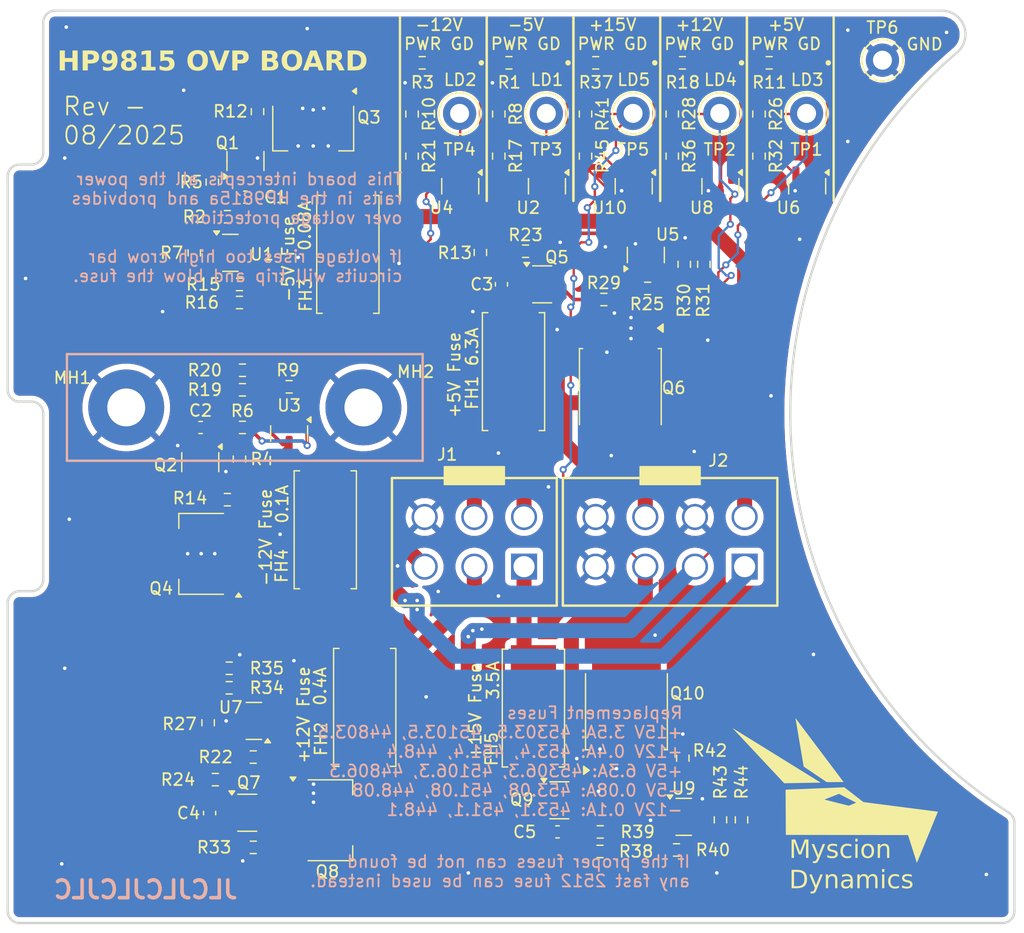
<source format=kicad_pcb>
(kicad_pcb (version 20241229) (generator "pcbnew") (generator_version "9.0")
  (layers (0 "F.Cu" signal) (2 "B.Cu" signal) (13 "F.Paste" user) (15 "B.Paste" user) (5 "F.SilkS" user "F.Silkscreen") (7 "B.SilkS" user "B.Silkscreen") (1 "F.Mask" user) (3 "B.Mask" user) (25 "Edge.Cuts" user))
  (net 0 "")
  (net 1 "Net-(C1-Pad2)")
  (net 2 "Net-(LD3-K)")
  (net 3 "Net-(LD3-A)")
  (net 4 "Net-(C2-Pad2)")
  (net 5 "GND")
  (net 6 "Net-(C3-Pad2)")
  (net 7 "Net-(Q10-G)")
  (net 8 "Net-(U3-K)")
  (net 9 "Net-(U3-REF)")
  (net 10 "Net-(U6-REF)")
  (net 11 "Net-(U7-K)")
  (net 12 "Net-(U7-REF)")
  (net 13 "Net-(U1-K)")
  (net 14 "Net-(U1-REF)")
  (net 15 "Net-(U9-REF)")
  (net 16 "+5V_Fused")
  (net 17 "+15V_Fused")
  (net 18 "+12V_Fused")
  (net 19 "+15V")
  (net 20 "+12V")
  (net 21 "+5V")
  (net 22 "-5V_Fused")
  (net 23 "-5V")
  (net 24 "-12V_Fused")
  (net 25 "-12V")
  (net 26 "Net-(U5-REF)")
  (net 27 "Net-(C4-Pad2)")
  (net 28 "Net-(C5-Pad2)")
  (net 29 "Net-(LD1-A)")
  (net 30 "Net-(U5-K)")
  (net 31 "Net-(U9-K)")
  (net 32 "Net-(LD1-K)")
  (net 33 "Net-(LD2-A)")
  (net 34 "Net-(LD2-K)")
  (net 35 "Net-(LD4-K)")
  (net 36 "Net-(LD4-A)")
  (net 37 "Net-(LD5-K)")
  (net 38 "Net-(LD5-A)")
  (net 39 "Net-(Q3-G)")
  (net 40 "Net-(Q4-G)")
  (net 41 "Net-(Q6-G)")
  (net 42 "Net-(Q8-G)")
  (net 43 "Net-(U2-REF)")
  (net 44 "Net-(U4-REF)")
  (net 45 "Net-(U8-REF)")
  (net 46 "Net-(U10-REF)")
  (footprint "DB_SMD_Resistors:R_0603_1608Metric_Pad0.98x0.95mm_HandSolder" (layer "F.Cu") (at 119.507 91.313 180)
    (property "Reference" "R19")
    (property "Value" "2.61K")
  )
  (footprint "DB_SMD_Resistors:R_0603_1608Metric_Pad0.98x0.95mm_HandSolder" (layer "F.Cu") (at 141.125098 68.039001 -90)
    (property "Reference" "R8")
    (property "Value" "10K")
  )
  (footprint "DB_Fuse_in_Holder:Fuseholder_Littelfuse_Nano2_154x" (layer "F.Cu") (at 126.492 103.124 -90)
    (property "Reference" "FH4")
    (property "Value" "0.1A")
  )
  (footprint "DB_SMD_Resistors:R_0603_1608Metric_Pad0.98x0.95mm_HandSolder" (layer "F.Cu") (at 149.298798 63.721001)
    (property "Reference" "R37")
    (property "Value" "2.2K")
  )
  (footprint "DB_SMD_LED:LED_0603_1608Metric_Green_Cath_Dot" (layer "F.Cu") (at 145.189098 63.721001 180)
    (property "Reference" "LD1")
    (property "Value" "Green")
  )
  (footprint "DB_SMD_Resistors:R_0603_1608Metric_Pad0.98x0.95mm_HandSolder" (layer "F.Cu") (at 141.125098 71.595001 -90)
    (property "Reference" "R17")
    (property "Value" "12K")
  )
  (footprint "DB_SMD_LED:LED_0603_1608Metric_Green_Cath_Dot" (layer "F.Cu") (at 159.819498 63.721001 180)
    (property "Reference" "LD4")
    (property "Value" "Green")
  )
  (footprint "DB_SMD_Resistors:R_0603_1608Metric_Pad0.98x0.95mm_HandSolder" (layer "F.Cu") (at 155.755498 71.595001 -90)
    (property "Reference" "R36")
    (property "Value" "2.94K")
  )
  (footprint "DB_Transistors:SOT-23-3_B-E-C" (layer "F.Cu") (at 115.951 97.4145 -90)
    (property "Reference" "Q2")
    (property "Value" "BC858C-7-F")
  )
  (footprint "Package_TO_SOT_SMD:SOT-23" (layer "F.Cu") (at 159.819498 74.135001 -90)
    (property "Reference" "U8")
    (property "Value" "TL431DBZ-SOT-23")
  )
  (footprint "DB_SMD_Resistors:R_0603_1608Metric_Pad0.98x0.95mm_HandSolder" (layer "F.Cu") (at 115.443 79.756 -90)
    (property "Reference" "R7")
    (property "Value" "10K")
  )
  (footprint "DB_SMD_Resistors:R_0603_1608Metric_Pad0.98x0.95mm_HandSolder" (layer "F.Cu") (at 149.683 128.616 180)
    (property "Reference" "R39")
    (property "Value" "1K")
  )
  (footprint "DB_TH_Test_Point:TestPoint_Keystone_5006_Compact_Black" (layer "F.Cu") (at 173.482 63.5)
    (property "Reference" "TP6")
    (property "Value" "TestPoint")
  )
  (footprint "Package_TO_SOT_SMD:SOT-23" (layer "F.Cu") (at 145.189098 74.135001 -90)
    (property "Reference" "U2")
    (property "Value" "TL431DBZ-SOT-23")
  )
  (footprint "DB_SMD_LED:LED_0603_1608Metric_Green_Cath_Dot" (layer "F.Cu") (at 152.504298 63.721001 180)
    (property "Reference" "LD5")
    (property "Value" "Green")
  )
  (footprint "DB_SMD_Resistors:R_0603_1608Metric_Pad0.98x0.95mm_HandSolder" (layer "F.Cu") (at 148.440298 68.039001 -90)
    (property "Reference" "R41")
    (property "Value" "10K")
  )
  (footprint "DB_SMD_Resistors:R_0603_1608Metric_Pad0.98x0.95mm_HandSolder" (layer "F.Cu") (at 117.2225 124.206 180)
    (property "Reference" "R24")
    (property "Value" "1K")
  )
  (footprint "DB_Mounting_Holes:MountingHole_3.2mm_M3_Pad" (layer "F.Cu") (at 129.706577 92.80058)
    (property "Reference" "MH2")
    (property "Value" "3mm")
  )
  (footprint "Package_TO_SOT_SMD:SOT-23" (layer "F.Cu") (at 120.4695 119.253 180)
    (property "Reference" "U7")
    (property "Value" "TL431DBZ-SOT-23")
  )
  (footprint "Package_TO_SOT_SMD:SOT-23" (layer "F.Cu") (at 167.134698 74.135001 -90)
    (property "Reference" "U6")
    (property "Value" "TL431DBZ-SOT-23")
  )
  (footprint "Package_TO_SOT_SMD:SOT-223-3_TabPin2" (layer "F.Cu") (at 125.476 69.24 -90)
    (property "Reference" "Q3")
    (property "Value" "600V 1.25A")
  )
  (footprint "DB_SMD_Resistors:R_0603_1608Metric_Pad0.98x0.95mm_HandSolder" (layer "F.Cu") (at 156.113 130.14)
    (property "Reference" "R40")
    (property "Value" "10K")
  )
  (footprint "DB_SMD_Resistors:R_0603_1608Metric_Pad0.98x0.95mm_HandSolder_DNP" (layer "F.Cu") (at 161.5975 127.6 90)
    (property "Reference" "R44")
    (property "Value" "DNP")
  )
  (footprint "DB_SMD_Resistors:R_0603_1608Metric_Pad0.98x0.95mm_HandSolder" (layer "F.Cu") (at 149.6595 130.267)
    (property "Reference" "R38")
    (property "Value" "330")
  )
  (footprint "DB_SMD_Resistors:R_0603_1608Metric_Pad0.98x0.95mm_HandSolder" (layer "F.Cu") (at 119.253 97.155 90)
    (property "Reference" "R4")
    (property "Value" "330")
  )
  (footprint "DB_SMD_Resistors:R_0603_1608Metric_Pad0.98x0.95mm_HandSolder" (layer "F.Cu") (at 118.237 76.708 180)
    (property "Reference" "R2")
    (property "Value" "330")
  )
  (footprint "DB_SMD_Resistors:R_0603_1608Metric_Pad0.98x0.95mm_HandSolder" (layer "F.Cu") (at 120.777 67.8415 90)
    (property "Reference" "R12")
    (property "Value" "1K")
  )
  (footprint "Package_TO_SOT_SMD:SOT-23" (layer "F.Cu") (at 137.873898 74.135001 -90)
    (property "Reference" "U4")
    (property "Value" "TL431DBZ-SOT-23")
  )
  (footprint "DB_SMD_Resistors:R_0603_1608Metric_Pad0.98x0.95mm_HandSolder_DNP" (layer "F.Cu") (at 158.4187 80.7235 90)
    (property "Reference" "R31")
    (property "Value" "DNP")
  )
  (footprint "DB_SMD_Resistors:R_0603_1608Metric_Pad0.98x0.95mm_HandSolder" (layer "F.Cu") (at 119.507 94.488 180)
    (property "Reference" "R6")
    (property "Value" "1K")
  )
  (footprint "DB_Fuse_in_Holder:Fuseholder_Littelfuse_Nano2_154x" (layer "F.Cu") (at 142.367 89.779 90)
    (property "Reference" "FH1")
    (property "Value" "6.3A")
  )
  (footprint "DB_SMD_Resistors:R_0603_1608Metric_Pad0.98x0.95mm_HandSolder" (layer "F.Cu") (at 163.929198 63.721001)
    (property "Reference" "R11")
    (property "Value" "220")
  )
  (footprint "Package_TO_SOT_SMD:SOT-223-3_TabPin2" (layer "F.Cu") (at 126.898 127.635)
    (property "Reference" "Q8")
    (property "Value" "600V 1.25A")
  )
  (footprint "DB_SMD_Resistors:R_0603_1608Metric_Pad0.98x0.95mm_HandSolder" (layer "F.Cu") (at 148.440298 71.595001 -90)
    (property "Reference" "R45")
    (property "Value" "2.2K")
  )
  (footprint "DB_SMD_Resistors:R_0603_1608Metric_Pad0.98x0.95mm_HandSolder" (layer "F.Cu") (at 141.983598 63.721001)
    (property "Reference" "R1")
    (property "Value" "220")
  )
  (footprint "DB_SMD_Resistors:R_0603_1608Metric_Pad0.98x0.95mm_HandSolder" (layer "F.Cu") (at 155.755498 68.039001 -90)
    (property "Reference" "R28")
    (property "Value" "10K")
  )
  (footprint "DB_SMD_LED:LED_0603_1608Metric_Green_Cath_Dot" (layer "F.Cu") (at 167.134698 63.721001 180)
    (property "Reference" "LD3")
    (property "Value" "Green")
  )
  (footprint "DB_TH_Test_Point:TestPoint_Keystone_5005_Compact_Red" (layer "F.Cu") (at 152.4508 67.988201)
    (property "Reference" "TP5")
    (property "Value" "TestPoint")
  )
  (footprint "Package_TO_SOT_SMD:SOT-23" (layer "F.Cu") (at 123.444 94.996 -90)
    (property "Reference" "U3")
    (property "Value" "TL431DBZ-SOT-23")
  )
  (footprint "DB_SMD_Capacitors:C_0603_1608Metric_Pad1.08x0.95mm_HandSolder" (layer "F.Cu") (at 141.351 82.413 90)
    (property "Reference" "C3")
    (property "Value" "10nF")
  )
  (footprint "DB_Transistors:SOT-23-3_B-E-C" (layer "F.Cu") (at 119.913 127)
    (property "Reference" "Q7")
    (property "Value" "BC858C-7-F")
  )
  (footprint "DB_SMD_Resistors:R_0603_1608Metric_Pad0.98x0.95mm_HandSolder" (layer "F.Cu") (at 156.6445 122.393 -90)
    (property "Reference" "R42")
    (property "Value" "1K")
  )
  (footprint "DB_TH_Test_Point:TestPoint_Keystone_5005_Compact_Red" (layer "F.Cu") (at 145.1356 67.988201)
    (property "Reference" "TP3")
    (property "Value" "TestPoint")
  )
  (footprint "DB_Logo_Footprints:Myscion_Dynamics_Main" (layer "F.Cu") (at 172.085 130.048)
    (property "Reference" "GL1" (hide yes))
    (property "Value" "~")
  )
  (footprint "DB_TH_Test_Point:TestPoint_Keystone_5005_Compact_Red" (layer "F.Cu") (at 159.766 67.988201)
    (property "Reference" "TP2")
    (property "Value" "TestPoint")
  )
  (footprint "DB_Transistors:SOT-23-3_B-E-C" (layer "F.Cu") (at 119.761 72.009 90)
    (property "Reference" "Q1")
    (property "Value" "BC858C-7-F")
  )
  (footprint "DB_SMD_Capacitors:C_0603_1608Metric_Pad1.08x0.95mm_HandSolder" (layer "F.Cu") (at 115.9775 94.4935)
    (property "Reference" "C2")
    (property "Value" "10nF")
  )
  (footprint "DB_Fuse_in_Holder:Fuseholder_Littelfuse_Nano2_154x" (layer "F.Cu") (at 129.819 118.11 -90)
    (property "Reference" "FH2")
    (property "Value" "0.4A")
  )
  (footprint "DB_Fuse_in_Holder:Fuseholder_Littelfuse_Nano2_154x" (layer "F.Cu") (at 128.397 79.883 90)
    (property "Reference" "FH3")
    (property "Value" "0.08A")
  )
  (footprint "DB_Fuse_in_Holder:Fuseholder_Littelfuse_Nano2_154x" (layer "F.Cu") (at 144.0461 118.1666 -90)
    (property "Reference" "FH5")
    (property "Value" "3.5A")
  )
  (footprint "DB_SMD_Capacitors:C_0603_1608Metric_Pad1.08x0.95mm_HandSolder" (layer "F.Cu") (at 119.761 75.057 180)
    (property "Reference" "C1")
    (property "Value" "10nF")
  )
  (footprint "DB_SMD_Resistors:R_0603_1608Metric_Pad0.98x0.95mm_HandSolder" (layer "F.Cu") (at 163.070698 68.039001 -90)
    (property "Reference" "R26")
    (property "Value" "10K")
  )
  (footprint "DB_SMD_Resistors:R_0603_1608Metric_Pad0.98x0.95mm_HandSolder" (layer "F.Cu") (at 149.987 83.693 180)
    (property "Reference" "R29")
    (property "Value" "1K")
  )
  (footprint "DB_SMD_Resistors:R_0603_1608Metric_Pad0.98x0.95mm_HandSolder" (layer "F.Cu") (at 120.421 129.921)
    (property "Reference" "R33")
    (property "Value" "1K")
  )
  (footprint "DB_SMD_Resistors:R_0603_1608Metric_Pad0.98x0.95mm_HandSolder" (layer "F.Cu") (at 118.237 100.584 180)
    (property "Reference" "R14")
    (property "Value" "1K")
  )
  (footprint "DB_SMD_Capacitors:C_0603_1608Metric_Pad1.08x0.95mm_HandSolder" (layer "F.Cu") (at 146.077 128.616)
    (property "Reference" "C5")
    (property "Value" "10nF")
  )
  (footprint "Package_TO_SOT_SMD:SOT-23" (layer "F.Cu") (at 118.491 79.756)
    (property "Reference" "U1")
    (property "Value" "TL431DBZ-SOT-23")
  )
  (footprint "DB_SMD_Resistors:R_0603_1608Metric_Pad0.98x0.95mm_HandSolder" (layer "F.Cu") (at 156.7677 80.7235 90)
    (property "Reference" "R30")
    (property "Value" "9.1K")
  )
  (footprint "Package_TO_SOT_SMD:SOT-223-3_TabPin2" (layer "F.Cu") (at 116.053 105.156 180)
    (property "Reference" "Q4")
    (property "Value" "600V 1.25A")
  )
  (footprint "DB_SMD_Resistors:R_0603_1608Metric_Pad0.98x0.95mm_HandSolder" (layer "F.Cu") (at 120.421 122.301 180)
    (property "Reference" "R22")
    (property "Value" "330")
  )
  (footprint "DB_Transistors:SOT-23-3_B-E-C" (layer "F.Cu") (at 146.2305 125.949)
    (property "Reference" "Q9")
    (property "Value" "BC858C-7-F")
  )
  (footprint "DB_SMD_LED:LED_0603_1608Metric_Green_Cath_Dot" (layer "F.Cu") (at 137.873898 63.721001 180)
    (property "Reference" "LD2")
    (property "Value" "Green")
  )
  (footprint "DB_Connector_Samtec:SAMTEC_IPBT-104-H1-T-D-K" (layer "F.Cu") (at 155.575 104.14 180)
    (property "Reference" "J2")
    (property "Value" "IPBT-104-H1-T-D-K")
  )
  (footprint "DB_SMD_Resistors:R_0603_1608Metric_Pad0.98x0.95mm_HandSolder" (layer "F.Cu") (at 156.613998 63.721001)
    (property "Reference" "R18")
    (property "Value" "1.5K")
  )
  (footprint "DB_TH_Test_Point:TestPoint_Keystone_5005_Compact_Red" (layer "F.Cu") (at 167.0812 67.988201)
    (property "Reference" "TP1")
    (property "Value" "TestPoint")
  )
  (footprint "DB_SMD_Resistors:R_0603_1608Metric_Pad0.98x0.95mm_HandSolder" (layer "F.Cu") (at 116.611 119.4035 90)
    (property "Reference" "R27")
    (property "Value" "10K")
  )
  (footprint "DB_SMD_Resistors:R_0603_1608Metric_Pad0.98x0.95mm_HandSolder" (layer "F.Cu") (at 133.809898 68.039001 -90)
    (property "Reference" "R10")
    (property "Value" "10K")
  )
  (footprint "DB_SMD_Resistors:R_0603_1608Metric_Pad0.98x0.95mm_HandSolder" (layer "F.Cu") (at 139.573 79.7225 90)
    (property "Reference" "R13")
    (property "Value" "330")
  )
  (footprint "DB_Mounting_Holes:MountingHole_3.2mm_M3_Pad" (layer "F.Cu") (at 109.706577 92.80058)
    (property "Reference" "MH1")
    (property "Value" "3mm")
  )
  (footprint "DB_SMD_Resistors:R_0603_1608Metric_Pad0.98x0.95mm_HandSolder" (layer "F.Cu") (at 116.967 73.787 90)
    (property "Reference" "R5")
    (property "Value" "1K")
  )
  (footprint "Package_TO_SOT_SMD:SOT-23" (layer "F.Cu") (at 156.723 127.346)
    (property "Reference" "U9")
    (property "Value" "TL431DBZ-SOT-23")
  )
  (footprint "Package_TO_SOT_SMD:SOT-23" (layer "F.Cu") (at 153.5278 79.9361 90)
    (property "Reference" "U5")
    (property "Value" "TL431DBZ-SOT-23")
  )
  (footprint "DB_SMD_Resistors:R_0603_1608Metric_Pad0.98x0.95mm_HandSolder" (layer "F.Cu") (at 119.253 82.423)
    (property "Reference" "R15")
    (property "Value" "9.1K")
  )
  (footprint "DB_SMD_Resistors:R_0603_1608Metric_Pad0.98x0.95mm_HandSolder_DNP" (layer "F.Cu") (at 118.389 114.808)
    (property "Reference" "R35")
    (property "Value" "DNP")
  )
  (footprint "DB_SMD_Resistors:R_0603_1608Metric_Pad0.98x0.95mm_HandSolder" (layer "F.Cu") (at 153.6802 82.7578)
    (property "Reference" "R25")
    (property "Value" "10K")
  )
  (footprint "DB_SMD_Resistors:R_0603_1608Metric_Pad0.98x0.95mm_HandSolder" (layer "F.Cu") (at 118.389 116.459)
    (property "Reference" "R34")
    (property "Value" "2.61K")
  )
  (footprint "DB_SMD_Resistors:R_0603_1608Metric_Pad0.98x0.95mm_HandSolder_DNP" (layer "F.Cu") (at 119.507 89.662 180)
    (property "Reference" "R20")
    (property "Value" "DNP")
  )
  (footprint "DB_SMD_Resistors:R_0603_1608Metric_Pad0.98x0.95mm_HandSolder" (layer "F.Cu") (at 133.809898 71.595001 -90)
    (property "Reference" "R21")
    (property "Value" "2.94K")
  )
  (footprint "DB_Connector_Samtec:SAMTEC_IPBT-103-H1-T-D-K" (layer "F.Cu") (at 139.065 104.14 180)
    (property "Reference" "J1")
    (property "Value" "IPBT-103-H1-T-D-K")
  )
  (footprint "Package_TO_SOT_SMD:TO-252-2" (layer "F.Cu") (at 151.378 91.146 -90)
    (property "Reference" "Q6")
    (property "Value" "600V, 8A")
  )
  (footprint "DB_SMD_Resistors:R_0603_1608Metric_Pad0.98x0.95mm_HandSolder" (layer "F.Cu") (at 143.383 79.619)
    (property "Reference" "R23")
    (property "Value" "1K")
  )
  (footprint "DB_SMD_Resistors:R_0603_1608Metric_Pad0.98x0.95mm_HandSolder" (layer "F.Cu") (at 159.8195 127.6 90)
    (property "Reference" "R43")
    (property "Value" "1.74K")
  )
  (footprint "DB_SMD_Resistors:R_0603_1608Metric_Pad0.98x0.95mm_HandSolder" (layer "F.Cu") (at 134.668398 63.721001)
    (property "Reference" "R3")
    (property "Value" "1.5K")
  )
  (footprint "DB_SMD_Resistors:R_0603_1608Metric_Pad0.98x0.95mm_HandSolder" (layer "F.Cu") (at 163.070698 71.595001 -90)
    (property "Reference" "R32")
    (property "Value" "12K")
  )
  (footprint "DB_SMD_Resistors:R_0603_1608Metric_Pad0.98x0.95mm_HandSolder" (layer "F.Cu") (at 123.444 91.059 180)
    (property "Reference" "R9")
    (property "Value" "10K")
  )
  (footprint "DB_TH_Test_Point:TestPoint_Keystone_5005_Compact_Red" (layer "F.Cu") (at 137.8204 67.988201)
    (property "Reference" "TP4")
    (property "Value" "TestPoint")
  )
  (footprint "DB_Transistors:SOT-23-3_B-E-C" (layer "F.Cu") (at 144.7855 82.413)
    (property "Reference" "Q5")
    (property "Value" "BC858C-7-F")
  )
  (footprint "DB_SMD_Resistors:R_0603_1608Metric_Pad0.98x0.95mm_HandSolder_DNP" (layer "F.Cu") (at 119.253 83.947)
    (property "Reference" "R16")
    (property "Value" "DNP")
  )
  (footprint "Package_TO_SOT_SMD:TO-252-2" (layer "F.Cu") (at 151.891 118.378 90)
    (property "Reference" "Q10")
    (property "Value" "600V, 8A")
  )
  (footprint "Package_TO_SOT_SMD:SOT-23" (layer "F.Cu") (at 152.504298 74.135001 -90)
    (property "Reference" "U10")
    (property "Value" "TL431DBZ-SOT-23")
  )
  (footprint "DB_SMD_Capacitors:C_0603_1608Metric_Pad1.08x0.95mm_HandSolder" (layer "F.Cu") (at 116.738 127.0265 90)
    (property "Reference" "C4")
    (property "Value" "10nF")
  )
  (gr_line (start 154.7368 59.8678) (end 154.7368 75.3618) (stroke (width 0.2)) (layer "F.SilkS"))
  (gr_line (start 147.4216 59.8678) (end 147.4216 75.3618) (stroke (width 0.2)) (layer "F.SilkS"))
  (gr_line (start 162.052 59.885601) (end 162.052 75.379601) (stroke (width 0.2)) (layer "F.SilkS"))
  (gr_line (start 162.052 59.8678) (end 162.052 75.3618) (stroke (width 0.2)) (layer "F.SilkS"))
  (gr_line (start 140.1064 59.885601) (end 140.1064 75.379601) (stroke (width 0.2)) (layer "F.SilkS"))
  (gr_line (start 154.7368 59.885601) (end 154.7368 75.379601) (stroke (width 0.2)) (layer "F.SilkS"))
  (gr_line (start 169.3672 59.885601) (end 169.3672 75.379601) (stroke (width 0.2)) (layer "F.SilkS"))
  (gr_line (start 147.4216 59.885601) (end 147.4216 75.379601) (stroke (width 0.2)) (layer "F.SilkS"))
  (gr_line (start 140.1064 59.8678) (end 140.1064 75.3618) (stroke (width 0.2)) (layer "F.SilkS"))
  (gr_line (start 132.7912 59.8678) (end 132.7912 75.3618) (stroke (width 0.2)) (layer "F.SilkS"))
  (gr_line (start 134.706577 88.30058) (end 104.706577 88.30058) (stroke (width 0.2)) (layer "B.SilkS"))
  (gr_line (start 104.706577 97.30058) (end 134.706577 97.30058) (stroke (width 0.2)) (layer "B.SilkS"))
  (gr_line (start 134.706577 97.30058) (end 134.706577 88.30058) (stroke (width 0.2)) (layer "B.SilkS"))
  (gr_line (start 104.706577 88.30058) (end 104.706577 97.30058) (stroke (width 0.2)) (layer "B.SilkS"))
  (gr_arc (start 102.706577 60.32058) (mid 102.99947 59.613473) (end 103.706577 59.32058) (stroke (width 0.2)) (layer "Edge.Cuts"))
  (gr_line (start 184.611085 135.305581) (end 184.611085 127.842363) (stroke (width 0.2)) (layer "Edge.Cuts"))
  (gr_line (start 99.706577 109.30558) (end 99.706577 135.30558) (stroke (width 0.2)) (layer "Edge.Cuts"))
  (gr_arc (start 99.706577 73.30558) (mid 99.99947 72.598473) (end 100.706577 72.30558) (stroke (width 0.2)) (layer "Edge.Cuts"))
  (gr_line (start 102.706577 93.30558) (end 102.706577 107.30558) (stroke (width 0.2)) (layer "Edge.Cuts"))
  (gr_arc (start 99.706577 109.30558) (mid 99.99947 108.598473) (end 100.706577 108.30558) (stroke (width 0.2)) (layer "Edge.Cuts"))
  (gr_line (start 99.706577 73.30558) (end 99.706577 91.30558) (stroke (width 0.2)) (layer "Edge.Cuts"))
  (gr_arc (start 184.611085 135.305581) (mid 184.318192 136.012687) (end 183.611087 136.30558) (stroke (width 0.2)) (layer "Edge.Cuts"))
  (gr_line (start 178.486001 59.32058) (end 103.706577 59.32058) (stroke (width 0.2)) (layer "Edge.Cuts"))
  (gr_arc (start 102.706577 107.30558) (mid 102.413684 108.012687) (end 101.706577 108.30558) (stroke (width 0.2)) (layer "Edge.Cuts"))
  (gr_arc (start 100.706577 92.30558) (mid 99.99947 92.012687) (end 99.706577 91.30558) (stroke (width 0.2)) (layer "Edge.Cuts"))
  (gr_arc (start 184.15 127) (mid 184.485882 127.363522) (end 184.611085 127.842363) (stroke (width 0.2)) (layer "Edge.Cuts"))
  (gr_arc (start 102.706577 71.30558) (mid 102.413684 72.012687) (end 101.706577 72.30558) (stroke (width 0.2)) (layer "Edge.Cuts"))
  (gr_arc (start 184.15 127) (mid 165.798955 96.022502) (end 179.782219 62.843675) (stroke (width 0.2)) (layer "Edge.Cuts"))
  (gr_arc (start 178.486001 59.32058) (mid 180.362992 60.629997) (end 179.782219 62.843675) (stroke (width 0.2)) (layer "Edge.Cuts"))
  (gr_arc (start 100.706577 136.30558) (mid 99.99947 136.012687) (end 99.706577 135.30558) (stroke (width 0.2)) (layer "Edge.Cuts"))
  (gr_line (start 101.706577 108.30558) (end 100.706577 108.30558) (stroke (width 0.2)) (layer "Edge.Cuts"))
  (gr_line (start 101.706577 72.30558) (end 100.706577 72.30558) (stroke (width 0.2)) (layer "Edge.Cuts"))
  (gr_line (start 100.706577 136.30558) (end 183.611087 136.30558) (stroke (width 0.2)) (layer "Edge.Cuts"))
  (gr_arc (start 101.706577 92.30558) (mid 102.413684 92.598473) (end 102.706577 93.30558) (stroke (width 0.2)) (layer "Edge.Cuts"))
  (gr_line (start 102.706577 60.32058) (end 102.706577 71.30558) (stroke (width 0.2)) (layer "Edge.Cuts"))
  (gr_line (start 100.706577 92.30558) (end 101.706577 92.30558) (stroke (width 0.2)) (layer "Edge.Cuts"))
  (gr_text "+5V\nPWR GD" (at 165.356698 62.705001 0) (layer "F.SilkS") (effects (font (size 1 1) (thickness 0.1524)) (justify bottom)))
  (gr_text "Rev -\n08/2025" (at 104.267 70.739 0) (layer "F.SilkS") (effects (font (size 1.524 1.524) (thickness 0.1524)) (justify left bottom)))
  (gr_text "GND" (at 177.038 62.738 0) (layer "F.SilkS") (effects (font (size 1 1) (thickness 0.1524)) (justify bottom)))
  (gr_text "+12V Fuse" (at 125.247 118.745 90) (layer "F.SilkS") (effects (font (size 1 1) (thickness 0.1524)) (justify bottom)))
  (gr_text "+15V\nPWR GD" (at 150.726298 62.705001 0) (layer "F.SilkS") (effects (font (size 1 1) (thickness 0.1524)) (justify bottom)))
  (gr_text "+5V Fuse" (at 137.9584 90.0502 90) (layer "F.SilkS") (effects (font (size 1 1) (thickness 0.1524)) (justify bottom)))
  (gr_text "6.3A" (at 139.457 87.688 90) (layer "F.SilkS") (effects (font (size 1 1) (thickness 0.1524)) (justify bottom)))
  (gr_text "-12V\nPWR GD" (at 136.095898 62.705001 0) (layer "F.SilkS") (effects (font (size 1 1) (thickness 0.1524)) (justify bottom)))
  (gr_text "0.08A" (at 125.349 77.47 90) (layer "F.SilkS") (effects (font (size 1 1) (thickness 0.1524)) (justify bottom)))
  (gr_text "-5V Fuse" (at 123.952 80.264 90) (layer "F.SilkS") (effects (font (size 1 1) (thickness 0.1524)) (justify bottom)))
  (gr_text "-12V Fuse" (at 122.047 103.759 90) (layer "F.SilkS") (effects (font (size 1 1) (thickness 0.1524)) (justify bottom)))
  (gr_text "+12V\nPWR GD" (at 158.041498 62.705001 0) (layer "F.SilkS") (effects (font (size 1 1) (thickness 0.1524)) (justify bottom)))
  (gr_text "0.1A" (at 123.444 100.965 90) (layer "F.SilkS") (effects (font (size 1 1) (thickness 0.1524)) (justify bottom)))
  (gr_text "0.4A" (at 126.644 116.332 90) (layer "F.SilkS") (effects (font (size 1 1) (thickness 0.1524)) (justify bottom)))
  (gr_text "HP9815 OVP BOARD" (at 103.886 64.643 0) (layer "F.SilkS") (effects (font (size 1.651 1.651) (thickness 0.2) (bold yes)) (justify left bottom)))
  (gr_text "-5V\nPWR GD" (at 143.411098 62.705001 0) (layer "F.SilkS") (effects (font (size 1 1) (thickness 0.1524)) (justify bottom)))
  (gr_text "+15V Fuse" (at 139.7254 118.4402 90) (layer "F.SilkS") (effects (font (size 1 1) (thickness 0.1524)) (justify bottom)))
  (gr_text "3.5A" (at 141.224 115.824 90) (layer "F.SilkS") (effects (font (size 1 1) (thickness 0.1524)) (justify bottom)))
  (gr_text "Replacement Fuses\n+15V 3.5A: 45303.5, 45103.5, 44803.5 \n+12V 0.4A: 453.4, 451.4, 448.4\n+5V 6.3A: 45306.3, 45106.3, 44806.3\n-5V 0.08A: 453.08, 451.08, 448.08\n-12V 0.1A: 453.1, 451.1, 448.1\n" (at 156.723 127.346 0) (layer "B.SilkS") (effects (font (size 1.016 1.016) (thickness 0.1524)) (justify left bottom mirror)))
  (gr_text "This board intercepts all the power\nrails in the HP9815a and probvides\nover voltage protection.\n\nIf voltage rises too high crow bar\ncircuits will trip and blow the fuse." (at 133.096 82.296 0) (layer "B.SilkS") (effects (font (size 1.016 1.016) (thickness 0.1524)) (justify left bottom mirror)))
  (gr_text "JLCJLCJLCJLC" (at 119.253 134.366 0) (layer "B.SilkS") (effects (font (size 1.5 1.5) (thickness 0.3) (bold yes)) (justify left bottom mirror)))
  (gr_text "If the proper fuses can not be found \nany fast 2512 fuse can be used instead." (at 157.353 133.35 0) (layer "B.SilkS") (effects (font (size 1.016 1.016) (thickness 0.1524)) (justify left bottom mirror)))
  (segment (start 116.967 72.8745) (end 118.539 72.8745) (width 0.3048) (layer "F.Cu") (net 1))
  (segment (start 118.811 74.234) (end 118.811 73.1465) (width 0.3048) (layer "F.Cu") (net 1))
  (segment (start 118.8985 74.3215) (end 118.811 74.234) (width 0.3048) (layer "F.Cu") (net 1))
  (segment (start 118.8985 75.057) (end 118.8985 74.3215) (width 0.3048) (layer "F.Cu") (net 1))
  (segment (start 118.539 72.8745) (end 118.811 73.1465) (width 0.3048) (layer "F.Cu") (net 1))
  (segment (start 168.4528 63.721001) (end 167.922198 63.721001) (width 0.2) (layer "F.Cu") (net 2))
  (segment (start 168.084698 73.197501) (end 168.8084 72.473799) (width 0.2) (layer "F.Cu") (net 2))
  (segment (start 168.8084 64.076601) (end 168.4528 63.721001) (width 0.2) (layer "F.Cu") (net 2))
  (segment (start 168.8084 72.473799) (end 168.8084 64.076601) (width 0.2) (layer "F.Cu") (net 2))
  (segment (start 164.745198 63.721001) (end 166.347198 63.721001) (width 0.2) (layer "F.Cu") (net 3))
  (segment (start 118.5945 94.488) (end 116.8455 94.488) (width 0.3048) (layer "F.Cu") (net 4))
  (segment (start 116.901 96.277) (end 116.901 94.5545) (width 0.3048) (layer "F.Cu") (net 4))
  (segment (start 116.901 94.5545) (end 116.84 94.4935) (width 0.3048) (layer "F.Cu") (net 4))
  (segment (start 116.8455 94.488) (end 116.84 94.4935) (width 0.3048) (layer "F.Cu") (net 4))
  (segment (start 118.257 98.0675) (end 118.11 98.2145) (width 0.3048) (layer "F.Cu") (net 5))
  (segment (start 125.501 126.111) (end 124.524 126.111) (width 0.3048) (layer "F.Cu") (net 5))
  (segment (start 119.253 98.0675) (end 118.257 98.0675) (width 0.3048) (layer "F.Cu") (net 5))
  (segment (start 141.125098 67.126501) (end 141.125098 65.405) (width 0.2) (layer "F.Cu") (net 5))
  (segment (start 119.5085 131.0405) (end 119.532 131.064) (width 0.3048) (layer "F.Cu") (net 5))
  (segment (start 151.0565 123.282) (end 149.747 123.282) (width 0.3048) (layer "F.Cu") (net 5))
  (segment (start 120.711 73.1465) (end 120.711 74.9695) (width 0.3048) (layer "F.Cu") (net 5))
  (segment (start 148.440298 72.507501) (end 151.005298 75.072501) (width 0.2) (layer "F.Cu") (net 5))
  (segment (start 149.6595 123.3695) (end 149.611 123.418) (width 0.3048) (layer "F.Cu") (net 5))
  (segment (start 124.206 70.739) (end 124.206 71.12) (width 0.3048) (layer "F.Cu") (net 5))
  (segment (start 133.223 65.405) (end 133.809898 65.405) (width 0.2032) (layer "F.Cu") (net 5))
  (segment (start 152.769 86.995) (end 153.658 86.106) (width 0.3048) (layer "F.Cu") (net 5))
  (segment (start 126.365 66.979) (end 125.476 66.09) (width 0.3048) (layer "F.Cu") (net 5))
  (segment (start 150.876 84.836) (end 150.876 83.7165) (width 0.3048) (layer "F.Cu") (net 5))
  (segment (start 114.7415 96.0175) (end 115.001 96.277) (width 0.3048) (layer "F.Cu") (net 5))
  (segment (start 126.746 70.739) (end 126.746 71.12) (width 0.3048) (layer "F.Cu") (net 5))
  (segment (start 141.125098 65.405) (end 141.125098 63.871501) (width 0.2) (layer "F.Cu") (net 5))
  (segment (start 119.3015 114.808) (end 119.3015 113.6885) (width 0.3048) (layer "F.Cu") (net 5))
  (segment (start 151.488298 74.516001) (end 151.488298 75.072501) (width 0.2) (layer "F.Cu") (net 5))
  (segment (start 124.587 66.979) (end 125.476 66.09) (width 0.3048) (layer "F.Cu") (net 5))
  (segment (start 153.5278 78.9986) (end 152.6586 78.9986) (width 0.3048) (layer "F.Cu") (net 5))
  (segment (start 161.5975 126.6875) (end 159.8195 126.6875) (width 0.3048) (layer "F.Cu") (net 5))
  (segment (start 151.488298 75.072501) (end 152.504298 75.072501) (width 0.2) (layer "F.Cu") (net 5))
  (segment (start 124.206 71.12) (end 125.476 72.39) (width 0.3048) (layer "F.Cu") (net 5))
  (segment (start 126.746 71.12) (end 125.476 72.39) (width 0.3048) (layer "F.Cu") (net 5))
  (segment (start 150.876 83.7165) (end 150.8995 83.693) (width 0.3048) (layer "F.Cu") (net 5))
  (segment (start 119.5085 129.921) (end 119.5085 131.0405) (width 0.3048) (layer "F.Cu") (net 5))
  (segment (start 120.711 71.821) (end 120.777 71.755) (width 0.3048) (layer "F.Cu") (net 5))
  (segment (start 158.399 126.6875) (end 158.319 126.6875) (width 0.3048) (layer "F.Cu") (net 5))
  (segment (start 154.7888 78.9986) (end 155.6247 79.8345) (width 0.3048) (layer "F.Cu") (net 5))
  (segment (start 119.3015 114.808) (end 119.3015 116.459) (width 0.3048) (layer "F.Cu") (net 5))
  (segment (start 120.711 74.9695) (end 120.6235 75.057) (width 0.3048) (layer "F.Cu") (net 5))
  (segment (start 158.2955 125.822) (end 158.2955 126.584) (width 0.3048) (layer "F.Cu") (net 5))
  (segment (start 140.589 65.405) (end 141.125098 65.405) (width 0.2032) (layer "F.Cu") (net 5))
  (segment (start 158.4187 79.811) (end 156.7677 79.811) (width 0.3048) (layer "F.Cu") (net 5))
  (segment (start 158.803498 75.072501) (end 159.819498 75.072501) (width 0.2) (layer "F.Cu") (net 5))
  (segment (start 125.476 67.691) (end 125.476 66.09) (width 0.3048) (layer "F.Cu") (net 5))
  (segment (start 156.6445 121.4805) (end 156.6445 120.361) (width 0.3048) (layer "F.Cu") (net 5))
  (segment (start 155.755498 72.507501) (end 158.320498 75.072501) (width 0.2) (layer "F.Cu") (net 5))
  (segment (start 124.496 124.587) (end 123.748 125.335) (width 0.3048) (layer "F.Cu") (net 5))
  (segment (start 159.8195 126.6875) (end 158.399 126.6875) (width 0.3048) (layer "F.Cu") (net 5))
  (segment (start 165.635698 75.072501) (end 166.118698 75.072501) (width 0.2) (layer "F.Cu") (net 5))
  (segment (start 152.273 85.217) (end 152.769 85.217) (width 0.3048) (layer "F.Cu") (net 5))
  (segment (start 123.748 125.335) (end 125.487 125.335) (width 0.3048) (layer "F.Cu") (net 5))
  (segment (start 155.6247 79.8345) (end 155.6482 79.811) (width 0.3048) (layer "F.Cu") (net 5))
  (segment (start 133.809898 63.871501) (end 133.659398 63.721001) (width 0.2) (layer "F.Cu") (net 5))
  (segment (start 119.1495 76.708) (end 119.1495 76.531) (width 0.3048) (layer "F.Cu") (net 5))
  (segment (start 115.001 94.6075) (end 115.115 94.4935) (width 0.3048) (layer "F.Cu") (net 5))
  (segment (start 152.273 86.106) (end 153.658 86.106) (width 0.3048) (layer "F.Cu") (net 5))
  (segment (start 149.6595 121.631) (end 149.6595 123.3695) (width 0.3048) (layer "F.Cu") (net 5))
  (segment (start 151.005298 75.072501) (end 151.488298 75.072501) (width 0.2) (layer "F.Cu") (net 5))
  (segment (start 119.1495 76.531) (end 120.6235 75.057) (width 0.3048) (layer "F.Cu") (net 5))
  (segment (start 158.2955 126.584) (end 158.399 126.6875) (width 0.3048) (layer "F.Cu") (net 5))
  (segment (start 149.747 123.282) (end 149.611 123.418) (width 0.3048) (layer "F.Cu") (net 5))
  (segment (start 114.046 96.0175) (end 114.7415 96.0175) (width 0.3048) (layer "F.Cu") (net 5))
  (segment (start 119.3015 113.6885) (end 119.278 113.665) (width 0.3048) (layer "F.Cu") (net 5))
  (segment (start 119.532 119.253) (end 118.135 119.253) (width 0.3048) (layer "F.Cu") (net 5))
  (segment (start 158.803498 74.516001) (end 158.803498 75.072501) (width 0.2) (layer "F.Cu") (net 5))
  (segment (start 166.118698 74.516001) (end 166.118698 75.072501) (width 0.2) (layer "F.Cu") (net 5))
  (segment (start 155.6482 79.811) (end 156.7677 79.811) (width 0.3048) (layer "F.Cu") (net 5))
  (segment (start 119.203 105.156) (end 112.903 105.156) (width 1.27) (layer "F.Cu") (net 5))
  (segment (start 141.125098 63.871501) (end 140.974598 63.721001) (width 0.2) (layer "F.Cu") (net 5))
  (segment (start 125.476 72.39) (end 125.476 70.739) (width 0.3048) (layer "F.Cu") (net 5))
  (segment (start 149.5325 123.4965) (end 149.611 123.418) (width 0.3048) (layer "F.Cu") (net 5))
  (segment (start 152.769 85.217) (end 153.658 86.106) (width 0.3048) (layer "F.Cu") (net 5))
  (segment (start 115.001 96.277) (end 115.001 94.6075) (width 0.3048) (layer "F.Cu") (net 5))
  (segment (start 133.809898 65.405) (end 133.809898 63.871501) (width 0.2) (layer "F.Cu") (net 5))
  (segment (start 163.070698 72.507501) (end 165.635698 75.072501) (width 0.2) (layer "F.Cu") (net 5))
  (segment (start 120.711 73.1465) (end 120.711 71.821) (width 0.3048) (layer "F.Cu") (net 5))
  (segment (start 149.5325 125.187) (end 149.5325 123.4965) (width 0.3048) (layer "F.Cu") (net 5))
  (segment (start 126.365 67.564) (end 126.365 66.979) (width 0.3048) (layer "F.Cu") (net 5))
  (segment (start 152.273 86.995) (end 152.769 86.995) (width 0.3048) (layer "F.Cu") (net 5))
  (segment (start 153.5278 78.9986) (end 154.7888 78.9986) (width 0.3048) (layer "F.Cu") (net 5))
  (segment (start 125.501 124.587) (end 124.496 124.587) (width 0.3048) (layer "F.Cu") (net 5))
  (segment (start 152.6586 78.9986) (end 152.654 78.994) (width 0.3048) (layer "F.Cu") (net 5))
  (segment (start 124.587 67.564) (end 124.587 66.979) (width 0.3048) (layer "F.Cu") (net 5))
  (segment (start 124.524 126.111) (end 123.748 125.335) (width 0.3048) (layer "F.Cu") (net 5))
  (segment (start 166.118698 75.072501) (end 167.134698 75.072501) (width 0.2) (layer "F.Cu") (net 5))
  (segment (start 158.319 126.6875) (end 157.6605 127.346) (width 0.3048) (layer "F.Cu") (net 5))
  (segment (start 133.809898 67.126501) (end 133.809898 65.405) (width 0.2) (layer "F.Cu") (net 5))
  (segment (start 158.320498 75.072501) (end 158.803498 75.072501) (width 0.2) (layer "F.Cu") (net 5))
  (via (at 119.278 113.665) (size 0.6) (drill 0.3) (layers "F.Cu" "B.Cu") (net 5))
  (via (at 126.365 67.564) (size 0.6) (drill 0.3) (layers "F.Cu" "B.Cu") (net 5))
  (via (at 125.476 67.691) (size 0.6) (drill 0.3) (layers "F.Cu" "B.Cu") (net 5))
  (via (at 132.588 106.172) (size 0.6) (drill 0.3) (layers "F.Cu" "B.Cu") (net 5))
  (via (at 118.11 98.2145) (size 0.6) (drill 0.3) (layers "F.Cu" "B.Cu") (net 5))
  (via (at 145.316996 99.501613) (size 0.6) (drill 0.3) (layers "F.Cu" "B.Cu") (net 5))
  (via (at 104.267 131.318) (size 0.6) (drill 0.3) (layers "F.Cu" "B.Cu") (net 5))
  (via (at 125.476 70.739) (size 0.6) (drill 0.3) (layers "F.Cu" "B.Cu") (net 5))
  (via (at 117.171 105.142) (size 0.6) (drill 0.3) (layers "F.Cu" "B.Cu") (net 5))
  (via (at 101.219 81.915) (size 0.6) (drill 0.3) (layers "F.Cu" "B.Cu") (net 5))
  (via (at 123.85 114.173) (size 0.6) (drill 0.3) (layers "F.Cu" "B.Cu") (net 5))
  (via (at 114.885 105.142) (size 0.6) (drill 0.3) (layers "F.Cu" "B.Cu") (net 5))
  (via (at 152.273 86.995) (size 0.6) (drill 0.3) (layers "F.Cu" "B.Cu") (net 5))
  (via (at 152.273 85.217) (size 0.6) (drill 0.3) (layers "F.Cu" "B.Cu") (net 5))
  (via (at 124.206 80.137) (size 0.6) (drill 0.3) (layers "F.Cu" "B.Cu") (net 5))
  (via (at 133.223 65.405) (size 0.6) (drill 0.3) (layers "F.Cu" "B.Cu") (net 5))
  (via (at 158.75 87.122) (size 0.6) (drill 0.3) (layers "F.Cu" "B.Cu") (net 5))
  (via (at 154.305 112.014) (size 0.6) (drill 0.3) (layers "F.Cu" "B.Cu") (net 5))
  (via (at 126.746 70.739) (size 0.6) (drill 0.3) (layers "F.Cu" "B.Cu") (net 5))
  (via (at 124.206 70.739) (size 0.6) (drill 0.3) (layers "F.Cu" "B.Cu") (net 5))
  (via (at 132.715 80.645) (size 0.6) (drill 0.3) (layers "F.Cu" "B.Cu") (net 5))
  (via (at 116.028 105.142) (size 0.6) (drill 0.3) (layers "F.Cu" "B.Cu") (net 5))
  (via (at 146.05 86.233) (size 0.6) (drill 0.3) (layers "F.Cu" "B.Cu") (net 5))
  (via (at 147.701 122.428) (size 0.6) (drill 0.3) (layers "F.Cu" "B.Cu") (net 5))
  (via (at 112.776 84.709) (size 0.6) (drill 0.3) (layers "F.Cu" "B.Cu") (net 5))
  (via (at 104.648 60.706) (size 0.6) (drill 0.3) (layers "F.Cu" "B.Cu") (net 5))
  (via (at 152.273 86.106) (size 0.6) (drill 0.3) (layers "F.Cu" "B.Cu") (net 5))
  (via (at 104.521 71.755) (size 0.6) (drill 0.3) (layers "F.Cu" "B.Cu") (net 5))
  (via (at 104.902 102.235) (size 0.6) (drill 0.3) (layers "F.Cu" "B.Cu") (net 5))
  (via (at 151.488298 74.516001) (size 0.6) (drill 0.3) (layers "F.Cu" "B.Cu") (net 5))
  (via (at 124.587 67.564) (size 0.6) (drill 0.3) (layers "F.Cu" "B.Cu") (net 5))
  (via (at 119.532 131.064) (size 0.6) (drill 0.3) (layers "F.Cu" "B.Cu") (net 5))
  (via (at 182.245 132.207) (size 0.6) (drill 0.3) (layers "F.Cu" "B.Cu") (net 5))
  (via (at 135.001 117.221) (size 0.6) (drill 0.3) (layers "F.Cu" "B.Cu") (net 5))
  (via (at 149.6595 121.631) (size 0.6) (drill 0.3) (layers "F.Cu" "B.Cu") (net 5))
  (via (at 146.304 78.867) (size 0.6) (drill 0.3) (layers "F.Cu" "B.Cu") (net 5))
  (via (at 167.666624 113.639533) (size 0.6) (drill 0.3) (layers "F.Cu" "B.Cu") (net 5))
  (via (at 157.607 96.52) (size 0.6) (drill 0.3) (layers "F.Cu" "B.Cu") (net 5))
  (via (at 104.521 114.808) (size 0.6) (drill 0.3) (layers "F.Cu" "B.Cu") (net 5))
  (via (at 124.968 60.833) (size 0.6) (drill 0.3) (layers "F.Cu" "B.Cu") (net 5))
  (via (at 138.557 132.08) (size 0.6) (drill 0.3) (layers "F.Cu" "B.Cu") (net 5))
  (via (at 152.654 78.994) (size 0.6) (drill 0.3) (layers "F.Cu" "B.Cu") (net 5))
  (via (at 164.084 91.821) (size 0.6) (drill 0.3) (layers "F.Cu" "B.Cu") (net 5))
  (via (at 153.924 127.635) (size 0.6) (drill 0.3) (layers "F.Cu" "B.Cu") (net 5))
  (via (at 150.114 79.248) (size 0.6) (drill 0.3) (layers "F.Cu" "B.Cu") (net 5))
  (via (at 156.845 78.486) (size 0.6) (drill 0.3) (layers "F.Cu" "B.Cu") (net 5))
  (via (at 122.682 103.505) (size 0.6) (drill 0.3) (layers "F.Cu" "B.Cu") (net 5))
  (via (at 150.613199 96.863212) (size 0.6) (drill 0.3) (layers "F.Cu" "B.Cu") (net 5))
  (via (at 114.554 66.04) (size 0.6) (drill 0.3) (layers "F.Cu" "B.Cu") (net 5))
  (via (at 151.0565 123.282) (size 0.6) (drill 0.3) (layers "F.Cu" "B.Cu") (net 5))
  (via (at 158.803498 74.516001) (size 0.6) (drill 0.3) (layers "F.Cu" "B.Cu") (net 5))
  (via (at 140.589 65.405) (size 0.6) (drill 0.3) (layers "F.Cu" "B.Cu") (net 5))
  (via (at 141.097 108.712) (size 0.6) (drill 0.3) (layers "F.Cu" "B.Cu") (net 5))
  (via (at 118.135 119.253) (size 0.6) (drill 0.3) (layers "F.Cu" "B.Cu") (net 5))
  (via (at 138.938 84.709) (size 0.6) (drill 0.3) (layers "F.Cu" "B.Cu") (net 5))
  (via (at 178.890199 61.150599) (size 0.6) (drill 0.3) (layers "F.Cu" "B.Cu") (net 5))
  (via (at 170.561 70.358) (size 0.6) (drill 0.3) (layers "F.Cu" "B.Cu") (net 5))
  (via (at 159.512 132.08) (size 0.6) (drill 0.3) (layers "F.Cu" "B.Cu") (net 5))
  (via (at 125.501 125.349) (size 0.6) (drill 0.3) (layers "F.Cu" "B.Cu") (net 5))
  (via (at 114.046 96.0175) (size 0.6) (drill 0.3) (layers "F.Cu" "B.Cu") (net 5))
  (via (at 156.6445 120.361) (size 0.6) (drill 0.3) (layers "F.Cu" "B.Cu") (net 5))
  (via (at 136.017 108.331) (size 0.6) (drill 0.3) (layers "F.Cu" "B.Cu") (net 5))
  (via (at 141.097 96.647) (size 0.6) (drill 0.3) (layers "F.Cu" "B.Cu") (net 5))
  (via (at 170.561 60.96) (size 0.6) (drill 0.3) (layers "F.Cu" "B.Cu") (net 5))
  (via (at 166.118698 74.516001) (size 0.6) (drill 0.3) (layers "F.Cu" "B.Cu") (net 5))
  (via (at 149.5325 125.187) (size 0.6) (drill 0.3) (layers "F.Cu" "B.Cu") (net 5))
  (via (at 120.777 71.755) (size 0.6) (drill 0.3) (layers "F.Cu" "B.Cu") (net 5))
  (via (at 150.876 84.836) (size 0.6) (drill 0.3) (layers "F.Cu" "B.Cu") (net 5))
  (via (at 125.501 126.111) (size 0.6) (drill 0.3) (layers "F.Cu" "B.Cu") (net 5))
  (via (at 125.501 124.587) (size 0.6) (drill 0.3) (layers "F.Cu" "B.Cu") (net 5))
  (via (at 150.241 88.138) (size 0.6) (drill 0.3) (layers "F.Cu" "B.Cu") (net 5))
  (via (at 158.2955 125.822) (size 0.6) (drill 0.3) (layers "F.Cu" "B.Cu") (net 5))
  (via (at 166.497 78.613) (size 0.6) (drill 0.3) (layers "F.Cu" "B.Cu") (net 5))
  (segment (start 143.648 80.5444) (end 143.648 81.463) (width 0.3048) (layer "F.Cu") (net 6))
  (segment (start 144.2955 79.8749) (end 143.637 80.5334) (width 0.3048) (layer "F.Cu") (net 6))
  (segment (start 141.4385 81.463) (end 141.351 81.5505) (width 0.3048) (layer "F.Cu") (net 6))
  (segment (start 144.2955 79.619) (end 144.2955 79.8749) (width 0.3048) (layer "F.Cu") (net 6))
  (segment (start 143.648 81.463) (end 141.4385 81.463) (width 0.3048) (layer "F.Cu") (net 6))
  (segment (start 143.637 80.5334) (end 143.648 80.5444) (width 0.3048) (layer "F.Cu") (net 6))
  (segment (start 150.4215 125.949) (end 152.9525 123.418) (width 0.3048) (layer "F.Cu") (net 7))
  (segment (start 147.368 125.949) (end 150.4215 125.949) (width 0.3048) (layer "F.Cu") (net 7))
  (segment (start 154.2835 123.3055) (end 154.171 123.418) (width 0.3048) (layer "F.Cu") (net 7))
  (segment (start 156.6445 123.3055) (end 154.2835 123.3055) (width 0.3048) (layer "F.Cu") (net 7))
  (segment (start 152.9525 123.418) (end 154.171 123.418) (width 0.3048) (layer "F.Cu") (net 7))
  (segment (start 120.4195 94.8925) (end 121.158 95.631) (width 0.3048) (layer "F.Cu") (net 8))
  (segment (start 124.394 94.0585) (end 124.394 91.0965) (width 0.3048) (layer "F.Cu") (net 8))
  (segment (start 120.4195 94.488) (end 120.4195 94.8925) (width 0.3048) (layer "F.Cu") (net 8))
  (segment (start 124.968 94.6325) (end 124.394 94.0585) (width 0.3048) (layer "F.Cu") (net 8))
  (segment (start 124.394 91.0965) (end 124.3565 91.059) (width 0.3048) (layer "F.Cu") (net 8))
  (segment (start 120.4195 95.076) (end 119.253 96.2425) (width 0.3048) (layer "F.Cu") (net 8))
  (segment (start 120.4195 94.488) (end 120.4195 95.076) (width 0.3048) (layer "F.Cu") (net 8))
  (segment (start 124.968 96.012) (end 124.968 94.6325) (width 0.3048) (layer "F.Cu") (net 8))
  (via (at 124.968 96.012) (size 0.6) (drill 0.3) (layers "F.Cu" "B.Cu") (net 8))
  (via (at 121.158 95.631) (size 0.6) (drill 0.3) (layers "F.Cu" "B.Cu") (net 8))
  (segment (start 124.587 95.631) (end 124.968 96.012) (width 0.3048) (layer "B.Cu") (net 8))
  (segment (start 121.158 95.631) (end 124.587 95.631) (width 0.3048) (layer "B.Cu") (net 8))
  (segment (start 122.5315 91.059) (end 122.5315 94.021) (width 0.3048) (layer "F.Cu") (net 9))
  (segment (start 121.158 91.313) (end 120.4195 91.313) (width 0.3048) (layer "F.Cu") (net 9))
  (segment (start 122.494 94.0585) (end 122.3795 94.0585) (width 0.3048) (layer "F.Cu") (net 9))
  (segment (start 122.5315 91.059) (end 121.412 91.059) (width 0.3048) (layer "F.Cu") (net 9))
  (segment (start 121.412 91.059) (end 121.158 91.313) (width 0.3048) (layer "F.Cu") (net 9))
  (segment (start 120.4195 91.313) (end 120.4195 89.662) (width 0.3048) (layer "F.Cu") (net 9))
  (segment (start 122.5315 94.021) (end 122.494 94.0585) (width 0.3048) (layer "F.Cu") (net 9))
  (segment (start 163.070698 68.951501) (end 163.070698 70.682501) (width 0.2) (layer "F.Cu") (net 10))
  (segment (start 166.184698 73.197501) (end 163.669698 70.682501) (width 0.2) (layer "F.Cu") (net 10))
  (segment (start 163.669698 70.682501) (end 163.070698 70.682501) (width 0.2) (layer "F.Cu") (net 10))
  (segment (start 121.407 120.203) (end 120.487 120.203) (width 0.3048) (layer "F.Cu") (net 11))
  (segment (start 120.487 120.203) (end 119.9765 120.7135) (width 0.3048) (layer "F.Cu") (net 11))
  (segment (start 119.5085 122.301) (end 119.5085 122.8325) (width 0.3048) (layer "F.Cu") (net 11))
  (segment (start 119.579 120.316) (end 119.9765 120.7135) (width 0.3048) (layer "F.Cu") (net 11))
  (segment (start 119.5085 122.8325) (end 118.135 124.206) (width 0.3048) (layer "F.Cu") (net 11))
  (segment (start 119.5085 121.1815) (end 119.5085 122.301) (width 0.3048) (layer "F.Cu") (net 11))
  (segment (start 119.9765 120.7135) (end 119.5085 121.1815) (width 0.3048) (layer "F.Cu") (net 11))
  (segment (start 116.611 120.316) (end 119.579 120.316) (width 0.3048) (layer "F.Cu") (net 11))
  (segment (start 117.4765 114.808) (end 117.4765 116.459) (width 0.3048) (layer "F.Cu") (net 12))
  (segment (start 121.407 118.303) (end 116.799 118.303) (width 0.3048) (layer "F.Cu") (net 12))
  (segment (start 116.799 118.303) (end 116.611 118.491) (width 0.3048) (layer "F.Cu") (net 12))
  (segment (start 117.4765 116.459) (end 117.4765 117.6255) (width 0.3048) (layer "F.Cu") (net 12))
  (segment (start 117.4765 117.6255) (end 116.611 118.491) (width 0.3048) (layer "F.Cu") (net 12))
  (segment (start 117.3245 75.057) (end 116.967 74.6995) (width 0.3048) (layer "F.Cu") (net 13))
  (segment (start 117.3245 76.708) (end 117.3245 75.057) (width 0.3048) (layer "F.Cu") (net 13))
  (segment (start 115.443 78.8435) (end 117.516 78.8435) (width 0.3048) (layer "F.Cu") (net 13))
  (segment (start 117.3245 78.577) (end 117.5535 78.806) (width 0.3048) (layer "F.Cu") (net 13))
  (segment (start 117.3245 76.708) (end 117.3245 78.577) (width 0.3048) (layer "F.Cu") (net 13))
  (segment (start 117.516 78.8435) (end 117.5535 78.806) (width 0.3048) (layer "F.Cu") (net 13))
  (segment (start 118.3405 83.947) (end 118.3405 82.423) (width 0.3048) (layer "F.Cu") (net 14))
  (segment (start 118.3405 81.493) (end 117.5535 80.706) (width 0.3048) (layer "F.Cu") (net 14))
  (segment (start 118.3405 82.423) (end 118.3405 81.493) (width 0.3048) (layer "F.Cu") (net 14))
  (segment (start 117.5535 80.706) (end 115.4805 80.706) (width 0.3048) (layer "F.Cu") (net 14))
  (segment (start 115.4805 80.706) (end 115.443 80.6685) (width 0.3048) (layer "F.Cu") (net 14))
  (segment (start 157.0255 130.14) (end 158.192 130.14) (width 0.3048) (layer "F.Cu") (net 15))
  (segment (start 158.192 130.14) (end 159.8195 128.5125) (width 0.3048) (layer "F.Cu") (net 15))
  (segment (start 159.8195 128.5125) (end 161.5975 128.5125) (width 0.3048) (layer "F.Cu") (net 15))
  (segment (start 157.0255 129.536) (end 155.7855 128.296) (width 0.3048) (layer "F.Cu") (net 15))
  (segment (start 157.0255 130.14) (end 157.0255 129.536) (width 0.3048) (layer "F.Cu") (net 15))
  (segment (start 141.351 83.2755) (end 141.351 85.578) (width 0.3048) (layer "F.Cu") (net 16))
  (segment (start 164.084 74.676) (end 161.29 77.47) (width 0.2) (layer "F.Cu") (net 16))
  (segment (start 152.4 98.806) (end 153.48 99.886) (width 1.27) (layer "F.Cu") (net 16))
  (segment (start 146.057 90.284) (end 142.367 86.594) (width 1.27) (layer "F.Cu") (net 16))
  (segment (start 146.725 92.406) (end 146.057 91.738) (width 1.27) (layer "F.Cu") (net 16))
  (segment (start 153.48 99.886) (end 153.48 102.045) (width 1.27) (layer "F.Cu") (net 16))
  (segment (start 146.057 91.738) (end 146.057 90.284) (width 1.27) (layer "F.Cu") (net 16))
  (segment (start 163.070698 67.126501) (end 163.070698 63.871501) (width 0.2) (layer "F.Cu") (net 16))
  (segment (start 146.685 92.446) (end 146.685 95.885) (width 1.27) (layer "F.Cu") (net 16))
  (segment (start 160.274 80.772) (end 159.639 81.407) (width 0.2) (layer "F.Cu") (net 16))
  (segment (start 149.606 98.806) (end 152.4 98.806) (width 1.27) (layer "F.Cu") (net 16))
  (segment (start 163.983198 68.039001) (end 163.070698 67.126501) (width 0.2) (layer "F.Cu") (net 16))
  (segment (start 159.639 81.407) (end 159.639 84.145) (width 0.2) (layer "F.Cu") (net 16))
  (segment (start 143.648 83.926) (end 142.367 85.207) (width 0.3048) (layer "F.Cu") (net 16))
  (segment (start 139.573 82.159) (end 139.573 80.635) (width 0.3048) (layer "F.Cu") (net 16))
  (segment (start 167.388698 68.039001) (end 163.983198 68.039001) (width 0.2) (layer "F.Cu") (net 16))
  (segment (start 146.725 92.406) (end 146.685 92.446) (width 1.27) (layer "F.Cu") (net 16))
  (segment (start 143.648 83.363) (end 143.648 83.926) (width 0.3048) (layer "F.Cu") (net 16))
  (segment (start 146.685 95.885) (end 149.606 98.806) (width 1.27) (layer "F.Cu") (net 16))
  (segment (start 163.070698 63.871501) (end 162.920198 63.721001) (width 0.2) (layer "F.Cu") (net 16))
  (segment (start 159.639 84.145) (end 151.378 92.406) (width 0.2) (layer "F.Cu") (net 16))
  (segment (start 140.6895 83.2755) (end 139.573 82.159) (width 0.3048) (layer "F.Cu") (net 16))
  (segment (start 141.351 83.2755) (end 140.6895 83.2755) (width 0.3048) (layer "F.Cu") (net 16))
  (segment (start 161.29 77.47) (end 161.29 78.232) (width 0.2) (layer "F.Cu") (net 16))
  (segment (start 151.378 92.406) (end 146.725 92.406) (width 1.27) (layer "F.Cu") (net 16))
  (via (at 160.274 80.772) (size 0.6) (drill 0.3) (layers "F.Cu" "B.Cu") (net 16))
  (via (at 164.084 74.676) (size 0.6) (drill 0.3) (layers "F.Cu" "B.Cu") (net 16))
  (via (at 161.29 78.232) (size 0.6) (drill 0.3) (layers "F.Cu" "B.Cu") (net 16))
  (segment (start 161.29 79.756) (end 160.274 80.772) (width 0.2) (layer "B.Cu") (net 16))
  (segment (start 167.0812 67.988201) (end 167.0812 71.6788) (width 0.2) (layer "B.Cu") (net 16))
  (segment (start 167.0812 71.6788) (end 164.084 74.676) (width 0.2) (layer "B.Cu") (net 16))
  (segment (start 161.29 78.232) (end 161.29 79.756) (width 0.2) (layer "B.Cu") (net 16))
  (segment (start 147.2465 117.059) (end 147.2465 111.4525) (width 1.27) (layer "F.Cu") (net 17))
  (segment (start 144.0461 125.8521) (end 144.0461 121.3516) (width 0.3048) (layer "F.Cu") (net 17))
  (segment (start 145.2399 121.3516) (end 147.2465 119.345) (width 1.27) (layer "F.Cu") (net 17))
  (segment (start 146.8655 130.267) (end 145.2145 128.616) (width 0.3048) (layer "F.Cu") (net 17))
  (segment (start 145.2145 127.0205) (end 145.093 126.899) (width 0.3048) (layer "F.Cu") (net 17))
  (segment (start 148.717 78.867) (end 148.074 78.867) (width 0.2) (layer "F.Cu") (net 17))
  (segment (start 149.352798 68.039001) (end 148.440298 67.126501) (width 0.2) (layer "F.Cu") (net 17))
  (segment (start 147.193 84.328) (end 147.193 90.932) (width 0.2) (layer "F.Cu") (net 17))
  (segment (start 153.48 108.902) (end 153.48 106.235) (width 1.27) (layer "F.Cu") (net 17))
  (segment (start 147.701 110.998) (end 151.384 110.998) (width 1.27) (layer "F.Cu") (net 17))
  (segment (start 147.2465 119.345) (end 147.2465 117.059) (width 1.27) (layer "F.Cu") (net 17))
  (segment (start 149.225 75.311) (end 148.59 75.946) (width 0.2) (layer "F.Cu") (net 17))
  (segment (start 151.891 117.118) (end 147.3055 117.118) (width 1.27) (layer "F.Cu") (net 17))
  (segment (start 151.003 69.436001) (end 151.003 71.12) (width 0.2) (layer "F.Cu") (net 17))
  (segment (start 148.440298 67.126501) (end 148.440298 63.871501) (width 0.2) (layer "F.Cu") (net 17))
  (segment (start 147.066 103.759) (end 151.004 103.759) (width 0.2) (layer "F.Cu") (net 17))
  (segment (start 151.004 103.759) (end 153.48 106.235) (width 0.2) (layer "F.Cu") (net 17))
  (segment (start 147.3055 117.118) (end 147.2465 117.059) (width 1.27) (layer "F.Cu") (net 17))
  (segment (start 145.093 126.899) (end 144.0461 125.8521) (width 0.3048) (layer "F.Cu") (net 17))
  (segment (start 145.2145 128.616) (end 145.2145 127.0205) (width 0.3048) (layer "F.Cu") (net 17))
  (segment (start 151.384 110.998) (end 153.48 108.902) (width 1.27) (layer "F.Cu") (net 17))
  (segment (start 146.558 103.251) (end 147.066 103.759) (width 0.2) (layer "F.Cu") (net 17))
  (segment (start 148.747 130.267) (end 146.8655 130.267) (width 0.3048) (layer "F.Cu") (net 17))
  (segment (start 146.558 98.044) (end 146.558 103.251) (width 0.2) (layer "F.Cu") (net 17))
  (segment (start 147.2465 111.4525) (end 147.701 110.998) (width 1.27) (layer "F.Cu") (net 17))
  (segment (start 144.0461 121.3516) (end 145.2399 121.3516) (width 1.27) (layer "F.Cu") (net 17))
  (segment (start 149.225 74.168) (end 149.225 75.311) (width 0.2) (layer "F.Cu") (net 17))
  (segment (start 148.440298 63.871501) (end 148.289798 63.721001) (width 0.2) (layer "F.Cu") (net 17))
  (segment (start 152.758298 68.039001) (end 149.352798 68.039001) (width 0.2) (layer "F.Cu") (net 17))
  (segment (start 152.4508 67.988201) (end 151.003 69.436001) (width 0.2) (layer "F.Cu") (net 17))
  (segment (start 147.447 79.494) (end 147.447 81.915) (width 0.2) (layer "F.Cu") (net 17))
  (segment (start 148.074 78.867) (end 147.447 79.494) (width 0.2) (layer "F.Cu") (net 17))
  (via (at 146.558 98.044) (size 0.6) (drill 0.3) (layers "F.Cu" "B.Cu") (net 17))
  (via (at 148.59 75.946) (size 0.6) (drill 0.3) (layers "F.Cu" "B.Cu") (net 17))
  (via (at 147.193 84.328) (size 0.6) (drill 0.3) (layers "F.Cu" "B.Cu") (net 17))
  (via (at 151.003 71.12) (size 0.6) (drill 0.3) (layers "F.Cu" "B.Cu") (net 17))
  (via (at 147.193 90.932) (size 0.6) (drill 0.3) (layers "F.Cu" "B.Cu") (net 17))
  (via (at 149.225 74.168) (size 0.6) (drill 0.3) (layers "F.Cu" "B.Cu") (net 17))
  (via (at 147.447 81.915) (size 0.6) (drill 0.3) (layers "F.Cu" "B.Cu") (net 17))
  (via (at 148.717 78.867) (size 0.6) (drill 0.3) (layers "F.Cu" "B.Cu") (net 17))
  (segment (start 148.717 78.867) (end 148.717 76.073) (width 0.2) (layer "B.Cu") (net 17))
  (segment (start 147.447 84.074) (end 147.193 84.328) (width 0.2) (layer "B.Cu") (net 17))
  (segment (start 147.193 97.409) (end 146.558 98.044) (width 0.2) (layer "B.Cu") (net 17))
  (segment (start 147.193 90.932) (end 147.193 97.409) (width 0.2) (layer "B.Cu") (net 17))
  (segment (start 151.003 71.12) (end 149.225 72.898) (width 0.2) (layer "B.Cu") (net 17))
  (segment (start 149.225 72.898) (end 149.225 74.168) (width 0.2) (layer "B.Cu") (net 17))
  (segment (start 148.717 76.073) (end 148.59 75.946) (width 0.2) (layer "B.Cu") (net 17))
  (segment (start 147.447 81.915) (end 147.447 84.074) (width 0.2) (layer "B.Cu") (net 17))
  (segment (start 135.626 121.295) (end 138.557 118.364) (width 1.27) (layer "F.Cu") (net 18))
  (segment (start 160.725 81.661) (end 160.147 82.239) (width 0.2) (layer "F.Cu") (net 18))
  (segment (start 116.799 127.95) (end 116.738 127.889) (width 0.3048) (layer "F.Cu") (net 18))
  (segment (start 139.192 112.014) (end 138.557 112.014) (width 0.3048) (layer "F.Cu") (net 18))
  (segment (start 160.147 82.239) (end 160.147 103.758) (width 0.2) (layer "F.Cu") (net 18))
  (segment (start 138.557 112.014) (end 138.938 111.633) (width 1.27) (layer "F.Cu") (net 18))
  (segment (start 160.147 103.758) (end 157.67 106.235) (width 0.2) (layer "F.Cu") (net 18))
  (segment (start 138.938 111.633) (end 139.7 111.633) (width 1.27) (layer "F.Cu") (net 18))
  (segment (start 155.755498 67.126501) (end 155.755498 63.871501) (width 0.2) (layer "F.Cu") (net 18))
  (segment (start 121.3335 122.301) (end 121.3335 126.0875) (width 0.3048) (layer "F.Cu") (net 18))
  (segment (start 160.655 75.184) (end 160.655 77.343) (width 0.2) (layer "F.Cu") (net 18))
  (segment (start 123.748 127.635) (end 130.048 127.635) (width 1.27) (layer "F.Cu") (net 18))
  (segment (start 121.31 126.111) (end 122.224 126.111) (width 0.3048) (layer "F.Cu") (net 18))
  (segment (start 160.073498 68.039001) (end 156.667998 68.039001) (width 0.2) (layer "F.Cu") (net 18))
  (segment (start 129.819 121.295) (end 135.626 121.295) (width 1.27) (layer "F.Cu") (net 18))
  (segment (start 118.781 127.624) (end 120.294 126.111) (width 0.3048) (layer "F.Cu") (net 18))
  (segment (start 161.036 74.803) (end 160.655 75.184) (width 0.2) (layer "F.Cu") (net 18))
  (segment (start 155.755498 63.871501) (end 155.604998 63.721001) (width 0.2) (layer "F.Cu") (net 18))
  (segment (start 130.048 127.635) (end 130.048 125.07) (width 1.27) (layer "F.Cu") (net 18))
  (segment (start 118.7755 127.95) (end 116.799 127.95) (width 0.3048) (layer "F.Cu") (net 18))
  (segment (start 138.557 118.364) (end 138.557 112.014) (width 1.27) (layer "F.Cu") (net 18))
  (segment (start 156.667998 68.039001) (end 155.755498 67.126501) (width 0.2) (layer "F.Cu") (net 18))
  (segment (start 122.224 126.111) (end 123.748 127.635) (width 0.3048) (layer "F.Cu") (net 18))
  (segment (start 120.294 126.111) (end 121.31 126.111) (width 0.3048) (layer "F.Cu") (net 18))
  (segment (start 129.819 124.841) (end 129.819 121.295) (width 1.27) (layer "F.Cu") (net 18))
  (segment (start 121.3335 126.0875) (end 121.31 126.111) (width 0.3048) (layer "F.Cu") (net 18))
  (via (at 138.938 111.633) (size 0.6) (drill 0.3) (layers "F.Cu" "B.Cu") (net 18))
  (via (at 139.7 111.506) (size 0.6) (drill 0.3) (layers "F.Cu" "B.Cu") (net 18))
  (via (at 161.036 74.803) (size 0.6) (drill 0.3) (layers "F.Cu" "B.Cu") (net 18))
  (via (at 160.655 77.343) (size 0.6) (drill 0.3) (layers "F.Cu" "B.Cu") (net 18))
  (via (at 138.557 112.141) (size 0.6) (drill 0.3) (layers "F.Cu" "B.Cu") (net 18))
  (via (at 160.725 81.661) (size 0.6) (drill 0.3) (layers "F.Cu" "B.Cu") (net 18))
  (segment (start 159.766 67.988201) (end 159.766 73.533) (width 0.2) (layer "B.Cu") (net 18))
  (segment (start 159.673 78.325) (end 159.673 81.020943) (width 0.2) (layer "B.Cu") (net 18))
  (segment (start 160.313057 81.661) (end 160.782 81.661) (width 0.2) (layer "B.Cu") (net 18))
  (segment (start 159.673 81.020943) (end 160.313057 81.661) (width 0.2) (layer "B.Cu") (net 18))
  (segment (start 160.782 81.661) (end 160.725 81.661) (width 0.2) (layer "B.Cu") (net 18))
  (segment (start 138.557 112.014) (end 138.938 111.633) (width 1.27) (layer "B.Cu") (net 18))
  (segment (start 138.938 111.633) (end 152.272 111.633) (width 1.27) (layer "B.Cu") (net 18))
  (segment (start 160.655 77.343) (end 159.673 78.325) (width 0.2) (layer "B.Cu") (net 18))
  (segment (start 152.272 111.633) (end 157.67 106.235) (width 1.27) (layer "B.Cu") (net 18))
  (segment (start 138.557 112.141) (end 138.557 112.014) (width 1.27) (layer "B.Cu") (net 18))
  (segment (start 159.766 73.533) (end 161.036 74.803) (width 0.2) (layer "B.Cu") (net 18))
  (segment (start 143.255 106.235) (end 143.255 113.263) (width 1.27) (layer "F.Cu") (net 19))
  (segment (start 143.9435 114.879) (end 144.0461 114.9816) (width 1.27) (layer "F.Cu") (net 19))
  (segment (start 144.0461 114.9816) (end 144.0461 114.0541) (width 1.27) (layer "F.Cu") (net 19))
  (segment (start 144.0461 114.0541) (end 143.255 113.263) (width 1.27) (layer "F.Cu") (net 19))
  (segment (start 139.065 108.448) (end 132.588 114.925) (width 1.27) (layer "F.Cu") (net 20))
  (segment (start 139.065 106.235) (end 139.065 108.448) (width 1.27) (layer "F.Cu") (net 20))
  (segment (start 132.588 114.925) (end 129.819 114.925) (width 1.27) (layer "F.Cu") (net 20))
  (segment (start 143.255 93.852) (end 142.367 92.964) (width 1.27) (layer "F.Cu") (net 21))
  (segment (start 143.255 102.045) (end 143.255 93.852) (width 1.27) (layer "F.Cu") (net 21))
  (segment (start 128.397 76.698) (end 142.103 76.698) (width 1.27) (layer "F.Cu") (net 22))
  (segment (start 145.1356 74.721404) (end 145.1356 67.988201) (width 0.2) (layer "F.Cu") (net 22))
  (segment (start 128.397 66.711) (end 127.776 66.09) (width 1.27) (layer "F.Cu") (net 22))
  (segment (start 145.189098 75.072501) (end 145.189098 74.774902) (width 0.2) (layer "F.Cu") (net 22))
  (segment (start 142.494 77.089) (end 145.161 77.089) (width 1.27) (layer "F.Cu") (net 22))
  (segment (start 121.5144 77.6701) (end 121.5144 69.4914) (width 0.3048) (layer "F.Cu") (net 22))
  (segment (start 120.777 68.754) (end 128.35 68.754) (width 0.3048) (layer "F.Cu") (net 22))
  (segment (start 120.1655 82.423) (end 120.1655 80.493) (width 0.3048) (layer "F.Cu") (net 22))
  (segment (start 161.86 80.58) (end 161.86 102.045) (width 1.27) (layer "F.Cu") (net 22))
  (segment (start 145.161 77.089) (end 158.369 77.089) (width 1.27) (layer "F.Cu") (net 22))
  (segment (start 141.125098 72.507501) (end 143.690098 75.072501) (width 0.2) (layer "F.Cu") (net 22))
  (segment (start 144.173098 75.072501) (end 145.189098 75.072501) (width 0.2) (layer "F.Cu") (net 22))
  (segment (start 128.35 68.754) (end 128.397 68.707) (width 0.3048) (layer "F.Cu") (net 22))
  (segment (start 145.189098 75.072501) (end 145.189098 77.060902) (width 0.2) (layer "F.Cu") (net 22))
  (segment (start 120.1655 83.947) (end 120.1655 82.423) (width 0.3048) (layer "F.Cu") (net 22))
  (segment (start 145.189098 77.060902) (end 145.161 77.089) (width 0.2) (layer "F.Cu") (net 22))
  (segment (start 128.397 68.707) (end 128.397 66.711) (width 1.27) (layer "F.Cu") (net 22))
  (segment (start 128.397 76.698) (end 128.397 68.707) (width 1.27) (layer "F.Cu") (net 22))
  (segment (start 119.4285 79.756) (end 121.5144 77.6701) (width 0.3048) (layer "F.Cu") (net 22))
  (segment (start 158.369 77.089) (end 161.86 80.58) (width 1.27) (layer "F.Cu") (net 22))
  (segment (start 145.189098 74.774902) (end 145.1356 74.721404) (width 0.2) (layer "F.Cu") (net 22))
  (segment (start 121.5144 69.4914) (end 120.777 68.754) (width 0.3048) (layer "F.Cu") (net 22))
  (segment (start 120.1655 80.493) (end 119.4285 79.756) (width 0.3048) (layer "F.Cu") (net 22))
  (segment (start 143.690098 75.072501) (end 144.173098 75.072501) (width 0.2) (layer "F.Cu") (net 22))
  (segment (start 142.103 76.698) (end 142.494 77.089) (width 1.27) (layer "F.Cu") (net 22))
  (segment (start 128.397 83.068) (end 134.122 83.068) (width 1.27) (layer "F.Cu") (net 23))
  (segment (start 139.065 102.045) (end 139.065 88.011) (width 1.27) (layer "F.Cu") (net 23))
  (segment (start 134.122 83.068) (end 139.065 88.011) (width 1.27) (layer "F.Cu") (net 23))
  (segment (start 136.374898 75.072501) (end 136.857898 75.072501) (width 0.2) (layer "F.Cu") (net 24))
  (segment (start 127.7142 79.1206) (end 118.5945 88.2403) (width 0.2032) (layer "F.Cu") (net 24))
  (segment (start 118.5945 91.313) (end 118.5945 89.662) (width 0.3048) (layer "F.Cu") (net 24))
  (segment (start 135.382 78.613) (end 134.8744 79.1206) (width 0.2032) (layer "F.Cu") (net 24))
  (segment (start 121.2604 94.278472) (end 121.2604 93.9789) (width 0.3048) (layer "F.Cu") (net 24))
  (segment (start 130.439 106.309) (end 133.223 109.093) (width 1.27) (layer "F.Cu") (net 24))
  (segment (start 133.809898 72.507501) (end 135.553199 74.250801) (width 0.2) (layer "F.Cu") (net 24))
  (segment (start 137.873898 68.041699) (end 137.8204 67.988201) (width 0.2) (layer "F.Cu") (net 24))
  (segment (start 121.2604 93.9789) (end 118.5945 91.313) (width 0.3048) (layer "F.Cu") (net 24))
  (segment (start 118.5945 88.2403) (end 118.5945 89.662) (width 0.2032) (layer "F.Cu") (net 24))
  (segment (start 135.001 74.803) (end 135.553199 74.250801) (width 0.2032) (layer "F.Cu") (net 24))
  (segment (start 119.1495 100.584) (end 120.777 102.2115) (width 0.3048) (layer "F.Cu") (net 24))
  (segment (start 120.777 102.2115) (end 120.777 107.456) (width 0.3048) (layer "F.Cu") (net 24))
  (segment (start 126.492 106.309) (end 130.439 106.309) (width 1.27) (layer "F.Cu") (net 24))
  (segment (start 119.1495 100.228) (end 119.1495 100.584) (width 0.3048) (layer "F.Cu") (net 24))
  (segment (start 122.915428 95.9335) (end 121.2604 94.278472) (width 0.3048) (layer "F.Cu") (net 24))
  (segment (start 123.444 95.9335) (end 122.915428 95.9335) (width 0.3048) (layer "F.Cu") (net 24))
  (segment (start 135.553199 74.250801) (end 136.374898 75.072501) (width 0.2) (layer "F.Cu") (net 24))
  (segment (start 120.777 107.456) (end 119.203 107.456) (width 1.27) (layer "F.Cu") (net 24))
  (segment (start 134.8744 79.1206) (end 127.7142 79.1206) (width 0.2032) (layer "F.Cu") (net 24))
  (segment (start 136.857898 75.072501) (end 137.873898 75.072501) (width 0.2) (layer "F.Cu") (net 24))
  (segment (start 134.239 109.855) (end 134.239 109.093) (width 1.27) (layer "F.Cu") (net 24))
  (segment (start 123.444 95.9335) (end 119.1495 100.228) (width 0.3048) (layer "F.Cu") (net 24))
  (segment (start 126.492 106.309) (end 125.345 107.456) (width 1.27) (layer "F.Cu") (net 24))
  (segment (start 135.382 78.105) (end 135.382 78.613) (width 0.2032) (layer "F.Cu") (net 24))
  (segment (start 125.345 107.456) (end 120.777 107.456) (width 1.27) (layer "F.Cu") (net 24))
  (segment (start 135.001 75.438) (end 135.001 74.803) (width 0.2032) (layer "F.Cu") (net 24))
  (segment (start 137.873898 75.072501) (end 137.873898 68.041699) (width 0.2) (layer "F.Cu") (net 24))
  (via (at 134.239 109.855) (size 0.6) (drill 0.3) (layers "F.Cu" "B.Cu") (net 24))
  (via (at 135.001 75.438) (size 0.6) (drill 0.3) (layers "F.Cu" "B.Cu") (net 24))
  (via (at 134.239 109.093) (size 0.6) (drill 0.3) (layers "F.Cu" "B.Cu") (net 24))
  (via (at 135.382 78.105) (size 0.6) (drill 0.3) (layers "F.Cu" "B.Cu") (net 24))
  (via (at 133.223 109.093) (size 0.6) (drill 0.3) (layers "F.Cu" "B.Cu") (net 24))
  (segment (start 134.239 110.617) (end 137.414 113.792) (width 1.27) (layer "B.Cu") (net 24))
  (segment (start 134.239 109.093) (end 133.223 109.093) (width 1.27) (layer "B.Cu") (net 24))
  (segment (start 137.414 113.792) (end 155.067 113.792) (width 1.27) (layer "B.Cu") (net 24))
  (segment (start 155.067 113.792) (end 161.86 106.999) (width 1.27) (layer "B.Cu") (net 24))
  (segment (start 134.239 109.093) (end 134.239 110.617) (width 1.27) (layer "B.Cu") (net 24))
  (segment (start 135.001 75.438) (end 135.382 75.819) (width 0.2032) (layer "B.Cu") (net 24))
  (segment (start 135.382 75.819) (end 135.382 78.105) (width 0.2032) (layer "B.Cu") (net 24))
  (segment (start 161.86 106.999) (end 161.86 106.235) (width 1.27) (layer "B.Cu") (net 24))
  (segment (start 129.403 99.812) (end 126.619 99.812) (width 1.27) (layer "F.Cu") (net 25))
  (segment (start 126.619 99.812) (end 126.492 99.939) (width 1.27) (layer "F.Cu") (net 25))
  (segment (start 126.492 99.939) (end 127.625 99.939) (width 1.27) (layer "F.Cu") (net 25))
  (segment (start 132.207 102.616) (end 132.207 103.567) (width 1.27) (layer "F.Cu") (net 25))
  (segment (start 129.403 99.812) (end 132.207 102.616) (width 1.27) (layer "F.Cu") (net 25))
  (segment (start 132.207 103.567) (end 134.875 106.235) (width 1.27) (layer "F.Cu") (net 25))
  (segment (start 155.1906 80.8736) (end 155.953 81.636) (width 0.3048) (layer "F.Cu") (net 26))
  (segment (start 154.4778 80.8736) (end 155.1906 80.8736) (width 0.3048) (layer "F.Cu") (net 26))
  (segment (start 154.4778 82.6429) (end 154.5927 82.7578) (width 0.3048) (layer "F.Cu") (net 26))
  (segment (start 158.4187 81.636) (end 156.7677 81.636) (width 0.3048) (layer "F.Cu") (net 26))
  (segment (start 154.4778 80.8736) (end 154.4778 82.6429) (width 0.3048) (layer "F.Cu") (net 26))
  (segment (start 155.953 81.636) (end 156.7677 81.636) (width 0.3048) (layer "F.Cu") (net 26))
  (segment (start 116.31 124.206) (end 116.31 124.794) (width 0.3048) (layer "F.Cu") (net 27))
  (segment (start 118.7755 126.05) (end 116.852 126.05) (width 0.3048) (layer "F.Cu") (net 27))
  (segment (start 116.738 125.222) (end 116.738 126.164) (width 0.3048) (layer "F.Cu") (net 27))
  (segment (start 116.31 124.794) (end 116.738 125.222) (width 0.3048) (layer "F.Cu") (net 27))
  (segment (start 116.852 126.05) (end 116.738 126.164) (width 0.3048) (layer "F.Cu") (net 27))
  (segment (start 146.9395 127.145499) (end 146.9395 128.616) (width 0.3048) (layer "F.Cu") (net 28))
  (segment (start 145.093 125.298999) (end 146.9395 127.145499) (width 0.3048) (layer "F.Cu") (net 28))
  (segment (start 148.7705 128.616) (end 146.9395 128.616) (width 0.3048) (layer "F.Cu") (net 28))
  (segment (start 145.093 124.999) (end 145.093 125.298999) (width 0.3048) (layer "F.Cu") (net 28))
  (segment (start 142.799598 63.721001) (end 144.401598 63.721001) (width 0.2) (layer "F.Cu") (net 29))
  (segment (start 140.382 79.619) (end 139.573 78.81) (width 0.3048) (layer "F.Cu") (net 30))
  (segment (start 152.5778 82.5679) (end 152.7677 82.7578) (width 0.3048) (layer "F.Cu") (net 30))
  (segment (start 142.4705 79.619) (end 143.9845 78.105) (width 0.3048) (layer "F.Cu") (net 30))
  (segment (start 152.5778 80.8736) (end 152.5778 82.5679) (width 0.3048) (layer "F.Cu") (net 30))
  (segment (start 143.9845 78.105) (end 150.546699 78.105) (width 0.3048) (layer "F.Cu") (net 30))
  (segment (start 152.5778 80.136101) (end 152.5778 80.8736) (width 0.3048) (layer "F.Cu") (net 30))
  (segment (start 150.546699 78.105) (end 152.5778 80.136101) (width 0.3048) (layer "F.Cu") (net 30))
  (segment (start 142.4705 79.619) (end 140.382 79.619) (width 0.3048) (layer "F.Cu") (net 30))
  (segment (start 150.5955 127.553) (end 151.7525 126.396) (width 0.3048) (layer "F.Cu") (net 31))
  (segment (start 150.572 128.6395) (end 150.5955 128.616) (width 0.3048) (layer "F.Cu") (net 31))
  (segment (start 151.7525 126.396) (end 155.7855 126.396) (width 0.3048) (layer "F.Cu") (net 31))
  (segment (start 150.572 130.267) (end 150.572 128.6395) (width 0.3048) (layer "F.Cu") (net 31))
  (segment (start 155.2005 130.14) (end 150.699 130.14) (width 0.3048) (layer "F.Cu") (net 31))
  (segment (start 150.5955 128.616) (end 150.5955 127.553) (width 0.3048) (layer "F.Cu") (net 31))
  (segment (start 150.699 130.14) (end 150.572 130.267) (width 0.3048) (layer "F.Cu") (net 31))
  (segment (start 146.139098 73.197501) (end 146.8628 72.473799) (width 0.2) (layer "F.Cu") (net 32))
  (segment (start 146.8628 64.076601) (end 146.5072 63.721001) (width 0.2) (layer "F.Cu") (net 32))
  (segment (start 146.5072 63.721001) (end 145.976598 63.721001) (width 0.2) (layer "F.Cu") (net 32))
  (segment (start 146.8628 72.473799) (end 146.8628 64.076601) (width 0.2) (layer "F.Cu") (net 32))
  (segment (start 135.484398 63.721001) (end 137.086398 63.721001) (width 0.2) (layer "F.Cu") (net 33))
  (segment (start 138.823898 73.197501) (end 139.5476 72.473799) (width 0.2) (layer "F.Cu") (net 34))
  (segment (start 139.5476 72.473799) (end 139.5476 64.076601) (width 0.2) (layer "F.Cu") (net 34))
  (segment (start 139.5476 64.076601) (end 139.192 63.721001) (width 0.2) (layer "F.Cu") (net 34))
  (segment (start 139.192 63.721001) (end 138.661398 63.721001) (width 0.2) (layer "F.Cu") (net 34))
  (segment (start 160.769498 73.197501) (end 161.4932 72.473799) (width 0.2) (layer "F.Cu") (net 35))
  (segment (start 161.4932 64.076601) (end 161.1376 63.721001) (width 0.2) (layer "F.Cu") (net 35))
  (segment (start 161.1376 63.721001) (end 160.606998 63.721001) (width 0.2) (layer "F.Cu") (net 35))
  (segment (start 161.4932 72.473799) (end 161.4932 64.076601) (width 0.2) (layer "F.Cu") (net 35))
  (segment (start 157.429998 63.721001) (end 159.031998 63.721001) (width 0.2) (layer "F.Cu") (net 36))
  (segment (start 153.8224 63.721001) (end 153.291798 63.721001) (width 0.2) (layer "F.Cu") (net 37))
  (segment (start 153.454298 73.197501) (end 154.178 72.473799) (width 0.2) (layer "F.Cu") (net 37))
  (segment (start 154.178 64.076601) (end 153.8224 63.721001) (width 0.2) (layer "F.Cu") (net 37))
  (segment (start 154.178 72.473799) (end 154.178 64.076601) (width 0.2) (layer "F.Cu") (net 37))
  (segment (start 150.114798 63.721001) (end 151.716798 63.721001) (width 0.2) (layer "F.Cu") (net 38))
  (segment (start 119.761 67.945) (end 120.777 66.929) (width 0.3048) (layer "F.Cu") (net 39))
  (segment (start 119.761 70.8715) (end 119.761 67.945) (width 0.3048) (layer "F.Cu") (net 39))
  (segment (start 120.777 66.929) (end 122.337 66.929) (width 0.3048) (layer "F.Cu") (net 39))
  (segment (start 122.337 66.929) (end 123.176 66.09) (width 0.3048) (layer "F.Cu") (net 39))
  (segment (start 117.3245 100.584) (end 117.3245 100.9775) (width 0.3048) (layer "F.Cu") (net 40))
  (segment (start 117.3245 100.584) (end 117.3245 99.9255) (width 0.3048) (layer "F.Cu") (net 40))
  (segment (start 117.3245 99.9255) (end 115.951 98.552) (width 0.3048) (layer "F.Cu") (net 40))
  (segment (start 117.3245 100.9775) (end 119.203 102.856) (width 0.3048) (layer "F.Cu") (net 40))
  (segment (start 149.0745 86.0825) (end 149.098 86.106) (width 0.3048) (layer "F.Cu") (net 41))
  (segment (start 149.0745 83.693) (end 149.0745 86.0825) (width 0.3048) (layer "F.Cu") (net 41))
  (segment (start 145.923 82.413) (end 146.167 82.413) (width 0.3048) (layer "F.Cu") (net 41))
  (segment (start 146.167 82.413) (end 147.447 83.693) (width 0.3048) (layer "F.Cu") (net 41))
  (segment (start 147.447 83.693) (end 149.0745 83.693) (width 0.3048) (layer "F.Cu") (net 41))
  (segment (start 121.056 127) (end 121.056 129.6435) (width 0.3048) (layer "F.Cu") (net 42))
  (segment (start 121.056 129.6435) (end 121.3335 129.921) (width 0.3048) (layer "F.Cu") (net 42))
  (segment (start 121.3335 129.921) (end 123.734 129.921) (width 0.3048) (layer "F.Cu") (net 42))
  (segment (start 141.125098 68.951501) (end 141.125098 70.682501) (width 0.2) (layer "F.Cu") (net 43))
  (segment (start 144.239098 73.197501) (end 141.724098 70.682501) (width 0.2) (layer "F.Cu") (net 43))
  (segment (start 141.724098 70.682501) (end 141.125098 70.682501) (width 0.2) (layer "F.Cu") (net 43))
  (segment (start 133.809898 68.951501) (end 133.809898 70.682501) (width 0.2) (layer "F.Cu") (net 44))
  (segment (start 136.923898 73.197501) (end 134.408898 70.682501) (width 0.2) (layer "F.Cu") (net 44))
  (segment (start 134.408898 70.682501) (end 133.809898 70.682501) (width 0.2) (layer "F.Cu") (net 44))
  (segment (start 156.354498 70.682501) (end 155.755498 70.682501) (width 0.2) (layer "F.Cu") (net 45))
  (segment (start 158.869498 73.197501) (end 156.354498 70.682501) (width 0.2) (layer "F.Cu") (net 45))
  (segment (start 155.755498 68.951501) (end 155.755498 70.682501) (width 0.2) (layer "F.Cu") (net 45))
  (segment (start 148.440298 68.951501) (end 148.440298 70.682501) (width 0.2) (layer "F.Cu") (net 46))
  (segment (start 149.039298 70.682501) (end 148.440298 70.682501) (width 0.2) (layer "F.Cu") (net 46))
  (segment (start 151.554298 73.197501) (end 149.039298 70.682501) (width 0.2) (layer "F.Cu") (net 46))
  (zone (net 5) (net_name "GND") (layer "F.Cu") (connect_pads (clearance 0.5)) (min_thickness 0.25) (fill yes (thermal_gap 0.5) (thermal_bridge_width 0.5))
    (polygon (pts (xy 185.42 58.42) (xy 99.06 58.42) (xy 99.06 137.16) (xy 185.42 137.16)))
  )
  (zone (net 5) (net_name "GND") (layer "B.Cu") (connect_pads (clearance 0.5)) (min_thickness 0.25) (fill yes (thermal_gap 0.5) (thermal_bridge_width 0.5))
    (polygon (pts (xy 185.42 58.42) (xy 99.06 58.42) (xy 99.06 137.16) (xy 185.42 137.16)))
  )
)
</source>
